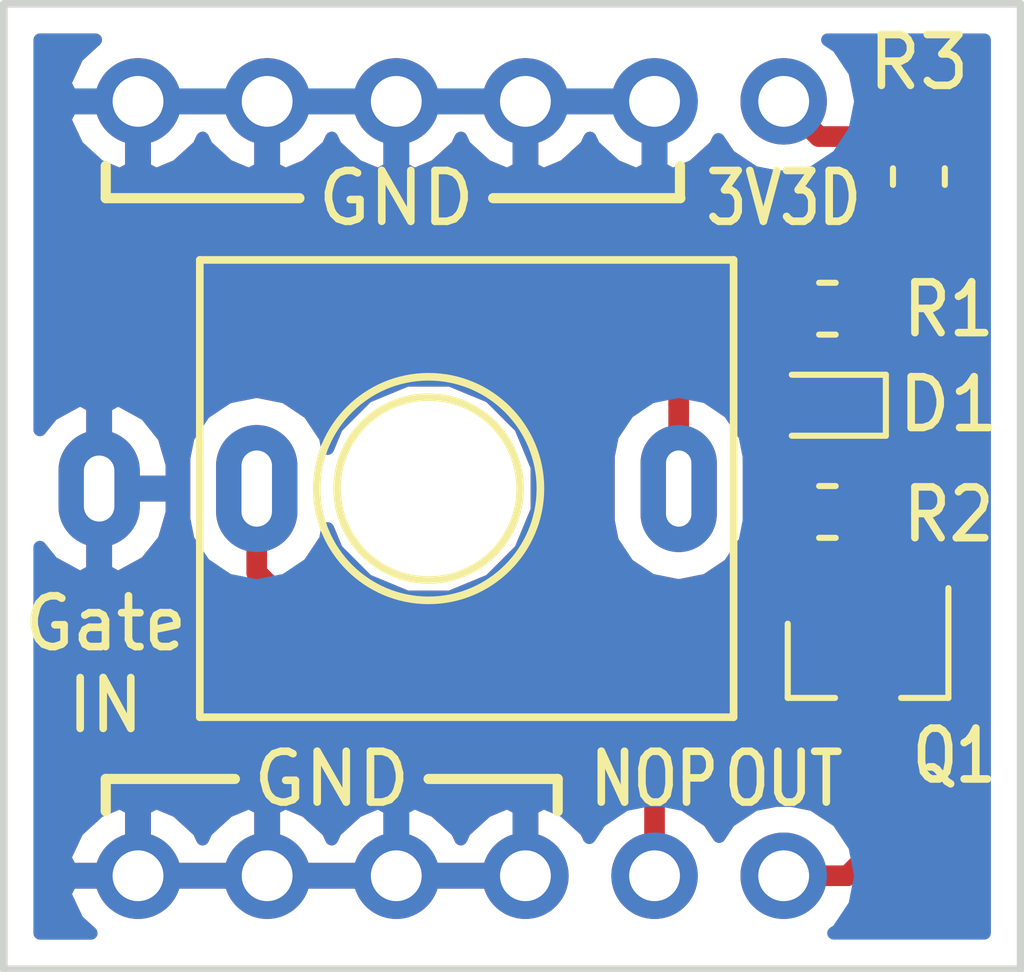
<source format=kicad_pcb>
(kicad_pcb (version 20171130) (host pcbnew "(5.0.0-3-g5ebb6b6)")

  (general
    (thickness 1.6)
    (drawings 18)
    (tracks 32)
    (zones 0)
    (modules 8)
    (nets 7)
  )

  (page A4)
  (layers
    (0 F.Cu signal)
    (31 B.Cu signal)
    (32 B.Adhes user)
    (33 F.Adhes user)
    (34 B.Paste user)
    (35 F.Paste user)
    (36 B.SilkS user)
    (37 F.SilkS user)
    (38 B.Mask user)
    (39 F.Mask user)
    (40 Dwgs.User user)
    (41 Cmts.User user)
    (42 Eco1.User user)
    (43 Eco2.User user)
    (44 Edge.Cuts user)
    (45 Margin user)
    (46 B.CrtYd user hide)
    (47 F.CrtYd user hide)
    (48 B.Fab user hide)
    (49 F.Fab user hide)
  )

  (setup
    (last_trace_width 0.4064)
    (user_trace_width 0.1524)
    (user_trace_width 0.254)
    (user_trace_width 0.4064)
    (user_trace_width 0.635)
    (trace_clearance 0.1524)
    (zone_clearance 0.508)
    (zone_45_only no)
    (trace_min 0.1524)
    (segment_width 0.2)
    (edge_width 0.15)
    (via_size 0.6858)
    (via_drill 0.3048)
    (via_min_size 0.6858)
    (via_min_drill 0.3048)
    (uvia_size 0.3048)
    (uvia_drill 0.1524)
    (uvias_allowed no)
    (uvia_min_size 0.2)
    (uvia_min_drill 0.1)
    (pcb_text_width 0.3)
    (pcb_text_size 1.5 1.5)
    (mod_edge_width 0.15)
    (mod_text_size 1 1)
    (mod_text_width 0.15)
    (pad_size 1.524 1.524)
    (pad_drill 0.762)
    (pad_to_mask_clearance 0.03)
    (solder_mask_min_width 0.07)
    (aux_axis_origin 0 0)
    (visible_elements FFFFFF7F)
    (pcbplotparams
      (layerselection 0x010fc_ffffffff)
      (usegerberextensions false)
      (usegerberattributes false)
      (usegerberadvancedattributes false)
      (creategerberjobfile false)
      (excludeedgelayer true)
      (linewidth 0.100000)
      (plotframeref false)
      (viasonmask false)
      (mode 1)
      (useauxorigin false)
      (hpglpennumber 1)
      (hpglpenspeed 20)
      (hpglpendiameter 15.000000)
      (psnegative false)
      (psa4output false)
      (plotreference true)
      (plotvalue true)
      (plotinvisibletext false)
      (padsonsilk false)
      (subtractmaskfromsilk false)
      (outputformat 1)
      (mirror false)
      (drillshape 1)
      (scaleselection 1)
      (outputdirectory ""))
  )

  (net 0 "")
  (net 1 GND)
  (net 2 "Net-(J1-PadT)")
  (net 3 "Net-(D1-Pad1)")
  (net 4 NOP)
  (net 5 +3V3)
  (net 6 OUT)

  (net_class Default "This is the default net class."
    (clearance 0.1524)
    (trace_width 0.1524)
    (via_dia 0.6858)
    (via_drill 0.3048)
    (uvia_dia 0.3048)
    (uvia_drill 0.1524)
    (diff_pair_gap 0.1524)
    (diff_pair_width 0.1524)
    (add_net +3V3)
    (add_net GND)
    (add_net NOP)
    (add_net "Net-(D1-Pad1)")
    (add_net "Net-(J1-PadT)")
    (add_net OUT)
  )

  (module Connector_PinHeader_2.54mm:PinHeader_1x06_P2.54mm_Vertical (layer B.Cu) (tedit 5FCC134D) (tstamp 5FCAB6E1)
    (at 116.34 73.16 90)
    (descr "Through hole straight pin header, 1x06, 2.54mm pitch, single row")
    (tags "Through hole pin header THT 1x06 2.54mm single row")
    (path /5FC933AD)
    (fp_text reference J2 (at 0 2.33 90) (layer B.SilkS) hide
      (effects (font (size 1 1) (thickness 0.15)) (justify mirror))
    )
    (fp_text value OUT (at 0 -15.03 90) (layer B.Fab)
      (effects (font (size 1 1) (thickness 0.15)) (justify mirror))
    )
    (fp_line (start -0.635 1.27) (end 1.27 1.27) (layer B.Fab) (width 0.1))
    (fp_line (start 1.27 1.27) (end 1.27 -13.97) (layer B.Fab) (width 0.1))
    (fp_line (start 1.27 -13.97) (end -1.27 -13.97) (layer B.Fab) (width 0.1))
    (fp_line (start -1.27 -13.97) (end -1.27 0.635) (layer B.Fab) (width 0.1))
    (fp_line (start -1.27 0.635) (end -0.635 1.27) (layer B.Fab) (width 0.1))
    (fp_line (start -1.8 1.8) (end -1.8 -14.5) (layer B.CrtYd) (width 0.05))
    (fp_line (start -1.8 -14.5) (end 1.8 -14.5) (layer B.CrtYd) (width 0.05))
    (fp_line (start 1.8 -14.5) (end 1.8 1.8) (layer B.CrtYd) (width 0.05))
    (fp_line (start 1.8 1.8) (end -1.8 1.8) (layer B.CrtYd) (width 0.05))
    (fp_text user %R (at 0 -6.35) (layer B.Fab)
      (effects (font (size 1 1) (thickness 0.15)) (justify mirror))
    )
    (pad 1 thru_hole oval (at 0 0 90) (size 1.7 1.7) (drill 1) (layers *.Cu *.Mask)
      (net 6 OUT))
    (pad 2 thru_hole oval (at 0 -2.54 90) (size 1.7 1.7) (drill 1) (layers *.Cu *.Mask)
      (net 4 NOP))
    (pad 3 thru_hole oval (at 0 -5.08 90) (size 1.7 1.7) (drill 1) (layers *.Cu *.Mask)
      (net 1 GND))
    (pad 4 thru_hole oval (at 0 -7.62 90) (size 1.7 1.7) (drill 1) (layers *.Cu *.Mask)
      (net 1 GND))
    (pad 5 thru_hole oval (at 0 -10.16 90) (size 1.7 1.7) (drill 1) (layers *.Cu *.Mask)
      (net 1 GND))
    (pad 6 thru_hole oval (at 0 -12.7 90) (size 1.7 1.7) (drill 1) (layers *.Cu *.Mask)
      (net 1 GND))
    (model ${KISYS3DMOD}/Connector_PinHeader_2.54mm.3dshapes/PinHeader_1x06_P2.54mm_Vertical.wrl
      (at (xyz 0 0 0))
      (scale (xyz 1 1 1))
      (rotate (xyz 0 0 0))
    )
  )

  (module Connector_PinHeader_2.54mm:PinHeader_1x06_P2.54mm_Vertical (layer B.Cu) (tedit 5FCC1326) (tstamp 5FCAB6FA)
    (at 103.64 57.92 270)
    (descr "Through hole straight pin header, 1x06, 2.54mm pitch, single row")
    (tags "Through hole pin header THT 1x06 2.54mm single row")
    (path /5FCAF962)
    (fp_text reference J3 (at 0 2.33 270) (layer B.SilkS) hide
      (effects (font (size 1 1) (thickness 0.15)) (justify mirror))
    )
    (fp_text value POWER (at 0 -15.03 270) (layer B.Fab)
      (effects (font (size 1 1) (thickness 0.15)) (justify mirror))
    )
    (fp_text user %R (at 0 -6.35 180) (layer B.Fab)
      (effects (font (size 1 1) (thickness 0.15)) (justify mirror))
    )
    (fp_line (start 1.8 1.8) (end -1.8 1.8) (layer B.CrtYd) (width 0.05))
    (fp_line (start 1.8 -14.5) (end 1.8 1.8) (layer B.CrtYd) (width 0.05))
    (fp_line (start -1.8 -14.5) (end 1.8 -14.5) (layer B.CrtYd) (width 0.05))
    (fp_line (start -1.8 1.8) (end -1.8 -14.5) (layer B.CrtYd) (width 0.05))
    (fp_line (start -1.27 0.635) (end -0.635 1.27) (layer B.Fab) (width 0.1))
    (fp_line (start -1.27 -13.97) (end -1.27 0.635) (layer B.Fab) (width 0.1))
    (fp_line (start 1.27 -13.97) (end -1.27 -13.97) (layer B.Fab) (width 0.1))
    (fp_line (start 1.27 1.27) (end 1.27 -13.97) (layer B.Fab) (width 0.1))
    (fp_line (start -0.635 1.27) (end 1.27 1.27) (layer B.Fab) (width 0.1))
    (pad 6 thru_hole oval (at 0 -12.7 270) (size 1.7 1.7) (drill 1) (layers *.Cu *.Mask)
      (net 5 +3V3))
    (pad 5 thru_hole oval (at 0 -10.16 270) (size 1.7 1.7) (drill 1) (layers *.Cu *.Mask)
      (net 1 GND))
    (pad 4 thru_hole oval (at 0 -7.62 270) (size 1.7 1.7) (drill 1) (layers *.Cu *.Mask)
      (net 1 GND))
    (pad 3 thru_hole oval (at 0 -5.08 270) (size 1.7 1.7) (drill 1) (layers *.Cu *.Mask)
      (net 1 GND))
    (pad 2 thru_hole oval (at 0 -2.54 270) (size 1.7 1.7) (drill 1) (layers *.Cu *.Mask)
      (net 1 GND))
    (pad 1 thru_hole oval (at 0 0 270) (size 1.7 1.7) (drill 1) (layers *.Cu *.Mask)
      (net 1 GND))
    (model ${KISYS3DMOD}/Connector_PinHeader_2.54mm.3dshapes/PinHeader_1x06_P2.54mm_Vertical.wrl
      (at (xyz 0 0 0))
      (scale (xyz 1 1 1))
      (rotate (xyz 0 0 0))
    )
  )

  (module Connector_Thonk:ThonkiconnJack (layer F.Cu) (tedit 5FC94102) (tstamp 5FCA18D8)
    (at 109.355 65.54 270)
    (path /5FC82E98)
    (fp_text reference J1 (at 0 -7.5 270) (layer F.SilkS) hide
      (effects (font (size 1 1) (thickness 0.15)))
    )
    (fp_text value IN (at 0 9.3 270) (layer F.Fab)
      (effects (font (size 1 1) (thickness 0.15)))
    )
    (fp_circle (center 0 0) (end 2.2 0) (layer F.SilkS) (width 0.15))
    (fp_line (start -4.5 4.5) (end 4.5 4.5) (layer F.SilkS) (width 0.15))
    (fp_line (start 4.5 -6) (end 4.5 4.5) (layer F.SilkS) (width 0.15))
    (fp_line (start -4.5 -6) (end -4.5 4.5) (layer F.SilkS) (width 0.15))
    (fp_line (start -4.5 -6) (end 4.5 -6) (layer F.SilkS) (width 0.15))
    (fp_circle (center 0 0) (end 1.8 0) (layer F.SilkS) (width 0.15))
    (pad S thru_hole oval (at 0 6.48 270) (size 2.3 1.6) (drill oval 1.3 0.6) (layers *.Cu *.Mask)
      (net 1 GND))
    (pad TN thru_hole oval (at 0 3.38 270) (size 2.5 1.6) (drill oval 1.5 0.6) (layers *.Cu *.Mask)
      (net 4 NOP))
    (pad T thru_hole oval (at 0 -4.92 270) (size 2.5 1.5) (drill oval 1.5 0.5) (layers *.Cu *.Mask)
      (net 2 "Net-(J1-PadT)"))
    (pad "" np_thru_hole circle (at 0 0 270) (size 3 3) (drill 3) (layers *.Cu *.Mask))
  )

  (module Resistor_SMD:R_0603_1608Metric (layer F.Cu) (tedit 5FCAA611) (tstamp 5FCAC3A3)
    (at 117.2 62 180)
    (descr "Resistor SMD 0603 (1608 Metric), square (rectangular) end terminal, IPC_7351 nominal, (Body size source: http://www.tortai-tech.com/upload/download/2011102023233369053.pdf), generated with kicad-footprint-generator")
    (tags resistor)
    (path /5FC92D66)
    (attr smd)
    (fp_text reference R1 (at -2.386 -0.016) (layer F.SilkS)
      (effects (font (size 1 0.9) (thickness 0.15)))
    )
    (fp_text value 100k (at 0 1.43 180) (layer F.Fab)
      (effects (font (size 1 1) (thickness 0.15)))
    )
    (fp_line (start -0.8 0.4) (end -0.8 -0.4) (layer F.Fab) (width 0.1))
    (fp_line (start -0.8 -0.4) (end 0.8 -0.4) (layer F.Fab) (width 0.1))
    (fp_line (start 0.8 -0.4) (end 0.8 0.4) (layer F.Fab) (width 0.1))
    (fp_line (start 0.8 0.4) (end -0.8 0.4) (layer F.Fab) (width 0.1))
    (fp_line (start -0.162779 -0.51) (end 0.162779 -0.51) (layer F.SilkS) (width 0.12))
    (fp_line (start -0.162779 0.51) (end 0.162779 0.51) (layer F.SilkS) (width 0.12))
    (fp_line (start -1.48 0.73) (end -1.48 -0.73) (layer F.CrtYd) (width 0.05))
    (fp_line (start -1.48 -0.73) (end 1.48 -0.73) (layer F.CrtYd) (width 0.05))
    (fp_line (start 1.48 -0.73) (end 1.48 0.73) (layer F.CrtYd) (width 0.05))
    (fp_line (start 1.48 0.73) (end -1.48 0.73) (layer F.CrtYd) (width 0.05))
    (fp_text user %R (at 0 0 180) (layer F.Fab)
      (effects (font (size 0.4 0.4) (thickness 0.06)))
    )
    (pad 1 smd roundrect (at -0.7875 0 180) (size 0.875 0.95) (layers F.Cu F.Paste F.Mask) (roundrect_rratio 0.25)
      (net 3 "Net-(D1-Pad1)"))
    (pad 2 smd roundrect (at 0.7875 0 180) (size 0.875 0.95) (layers F.Cu F.Paste F.Mask) (roundrect_rratio 0.25)
      (net 2 "Net-(J1-PadT)"))
    (model ${KISYS3DMOD}/Resistor_SMD.3dshapes/R_0603_1608Metric.wrl
      (at (xyz 0 0 0))
      (scale (xyz 1 1 1))
      (rotate (xyz 0 0 0))
    )
  )

  (module Resistor_SMD:R_0603_1608Metric (layer F.Cu) (tedit 5FCAA619) (tstamp 5FCAC373)
    (at 117.2 66)
    (descr "Resistor SMD 0603 (1608 Metric), square (rectangular) end terminal, IPC_7351 nominal, (Body size source: http://www.tortai-tech.com/upload/download/2011102023233369053.pdf), generated with kicad-footprint-generator")
    (tags resistor)
    (path /5FCA6E46)
    (attr smd)
    (fp_text reference R2 (at 2.386 0.052) (layer F.SilkS)
      (effects (font (size 1 0.9) (thickness 0.15)))
    )
    (fp_text value 100k (at 0 1.43) (layer F.Fab)
      (effects (font (size 1 1) (thickness 0.15)))
    )
    (fp_text user %R (at 0 0) (layer F.Fab)
      (effects (font (size 0.4 0.4) (thickness 0.06)))
    )
    (fp_line (start 1.48 0.73) (end -1.48 0.73) (layer F.CrtYd) (width 0.05))
    (fp_line (start 1.48 -0.73) (end 1.48 0.73) (layer F.CrtYd) (width 0.05))
    (fp_line (start -1.48 -0.73) (end 1.48 -0.73) (layer F.CrtYd) (width 0.05))
    (fp_line (start -1.48 0.73) (end -1.48 -0.73) (layer F.CrtYd) (width 0.05))
    (fp_line (start -0.162779 0.51) (end 0.162779 0.51) (layer F.SilkS) (width 0.12))
    (fp_line (start -0.162779 -0.51) (end 0.162779 -0.51) (layer F.SilkS) (width 0.12))
    (fp_line (start 0.8 0.4) (end -0.8 0.4) (layer F.Fab) (width 0.1))
    (fp_line (start 0.8 -0.4) (end 0.8 0.4) (layer F.Fab) (width 0.1))
    (fp_line (start -0.8 -0.4) (end 0.8 -0.4) (layer F.Fab) (width 0.1))
    (fp_line (start -0.8 0.4) (end -0.8 -0.4) (layer F.Fab) (width 0.1))
    (pad 2 smd roundrect (at 0.7875 0) (size 0.875 0.95) (layers F.Cu F.Paste F.Mask) (roundrect_rratio 0.25)
      (net 3 "Net-(D1-Pad1)"))
    (pad 1 smd roundrect (at -0.7875 0) (size 0.875 0.95) (layers F.Cu F.Paste F.Mask) (roundrect_rratio 0.25)
      (net 1 GND))
    (model ${KISYS3DMOD}/Resistor_SMD.3dshapes/R_0603_1608Metric.wrl
      (at (xyz 0 0 0))
      (scale (xyz 1 1 1))
      (rotate (xyz 0 0 0))
    )
  )

  (module Resistor_SMD:R_0603_1608Metric (layer F.Cu) (tedit 5B301BBD) (tstamp 5FCA2587)
    (at 119 59.4 270)
    (descr "Resistor SMD 0603 (1608 Metric), square (rectangular) end terminal, IPC_7351 nominal, (Body size source: http://www.tortai-tech.com/upload/download/2011102023233369053.pdf), generated with kicad-footprint-generator")
    (tags resistor)
    (path /5FC9316D)
    (attr smd)
    (fp_text reference R3 (at -2.25 0) (layer F.SilkS)
      (effects (font (size 1 1) (thickness 0.15)))
    )
    (fp_text value 10k (at 0 1.43 270) (layer F.Fab)
      (effects (font (size 1 1) (thickness 0.15)))
    )
    (fp_line (start -0.8 0.4) (end -0.8 -0.4) (layer F.Fab) (width 0.1))
    (fp_line (start -0.8 -0.4) (end 0.8 -0.4) (layer F.Fab) (width 0.1))
    (fp_line (start 0.8 -0.4) (end 0.8 0.4) (layer F.Fab) (width 0.1))
    (fp_line (start 0.8 0.4) (end -0.8 0.4) (layer F.Fab) (width 0.1))
    (fp_line (start -0.162779 -0.51) (end 0.162779 -0.51) (layer F.SilkS) (width 0.12))
    (fp_line (start -0.162779 0.51) (end 0.162779 0.51) (layer F.SilkS) (width 0.12))
    (fp_line (start -1.48 0.73) (end -1.48 -0.73) (layer F.CrtYd) (width 0.05))
    (fp_line (start -1.48 -0.73) (end 1.48 -0.73) (layer F.CrtYd) (width 0.05))
    (fp_line (start 1.48 -0.73) (end 1.48 0.73) (layer F.CrtYd) (width 0.05))
    (fp_line (start 1.48 0.73) (end -1.48 0.73) (layer F.CrtYd) (width 0.05))
    (fp_text user %R (at 0 0 270) (layer F.Fab)
      (effects (font (size 0.4 0.4) (thickness 0.06)))
    )
    (pad 1 smd roundrect (at -0.7875 0 270) (size 0.875 0.95) (layers F.Cu F.Paste F.Mask) (roundrect_rratio 0.25)
      (net 5 +3V3))
    (pad 2 smd roundrect (at 0.7875 0 270) (size 0.875 0.95) (layers F.Cu F.Paste F.Mask) (roundrect_rratio 0.25)
      (net 6 OUT))
    (model ${KISYS3DMOD}/Resistor_SMD.3dshapes/R_0603_1608Metric.wrl
      (at (xyz 0 0 0))
      (scale (xyz 1 1 1))
      (rotate (xyz 0 0 0))
    )
  )

  (module Diode_SMD:D_SOD-523 (layer F.Cu) (tedit 5FCAA7B3) (tstamp 5FCAC335)
    (at 117.2 63.9 180)
    (descr "http://www.diodes.com/datasheets/ap02001.pdf p.144")
    (tags "Diode SOD523")
    (path /5FCAD5CA)
    (attr smd)
    (fp_text reference D1 (at -2.386 0.016 180) (layer F.SilkS)
      (effects (font (size 1 1) (thickness 0.15)))
    )
    (fp_text value 1N4148 (at 0 1.4 180) (layer F.Fab)
      (effects (font (size 1 1) (thickness 0.15)))
    )
    (fp_text user %R (at 0 -1.3 180) (layer F.Fab)
      (effects (font (size 1 1) (thickness 0.15)))
    )
    (fp_line (start -1.15 -0.6) (end -1.15 0.6) (layer F.SilkS) (width 0.12))
    (fp_line (start 1.25 -0.7) (end 1.25 0.7) (layer F.CrtYd) (width 0.05))
    (fp_line (start -1.25 -0.7) (end 1.25 -0.7) (layer F.CrtYd) (width 0.05))
    (fp_line (start -1.25 0.7) (end -1.25 -0.7) (layer F.CrtYd) (width 0.05))
    (fp_line (start 1.25 0.7) (end -1.25 0.7) (layer F.CrtYd) (width 0.05))
    (fp_line (start 0.1 0) (end 0.25 0) (layer F.Fab) (width 0.1))
    (fp_line (start 0.1 -0.2) (end -0.2 0) (layer F.Fab) (width 0.1))
    (fp_line (start 0.1 0.2) (end 0.1 -0.2) (layer F.Fab) (width 0.1))
    (fp_line (start -0.2 0) (end 0.1 0.2) (layer F.Fab) (width 0.1))
    (fp_line (start -0.2 0) (end -0.35 0) (layer F.Fab) (width 0.1))
    (fp_line (start -0.2 0.2) (end -0.2 -0.2) (layer F.Fab) (width 0.1))
    (fp_line (start 0.65 -0.45) (end 0.65 0.45) (layer F.Fab) (width 0.1))
    (fp_line (start -0.65 -0.45) (end 0.65 -0.45) (layer F.Fab) (width 0.1))
    (fp_line (start -0.65 0.45) (end -0.65 -0.45) (layer F.Fab) (width 0.1))
    (fp_line (start 0.65 0.45) (end -0.65 0.45) (layer F.Fab) (width 0.1))
    (fp_line (start 0.7 -0.6) (end -1.15 -0.6) (layer F.SilkS) (width 0.12))
    (fp_line (start 0.7 0.6) (end -1.15 0.6) (layer F.SilkS) (width 0.12))
    (pad 2 smd rect (at 0.7 0) (size 0.6 0.7) (layers F.Cu F.Paste F.Mask)
      (net 1 GND))
    (pad 1 smd rect (at -0.7 0) (size 0.6 0.7) (layers F.Cu F.Paste F.Mask)
      (net 3 "Net-(D1-Pad1)"))
    (model ${KISYS3DMOD}/Diode_SMD.3dshapes/D_SOD-523.wrl
      (at (xyz 0 0 0))
      (scale (xyz 1 1 1))
      (rotate (xyz 0 0 0))
    )
  )

  (module Package_TO_SOT_SMD:SOT-23 (layer F.Cu) (tedit 5FCAA61D) (tstamp 5FCAC558)
    (at 118 68.9 270)
    (descr "SOT-23, Standard")
    (tags SOT-23)
    (path /5FCAD2ED)
    (attr smd)
    (fp_text reference Q1 (at 1.9 -1.7) (layer F.SilkS)
      (effects (font (size 1 0.8) (thickness 0.15)))
    )
    (fp_text value MMBT3904 (at 0 2.5 270) (layer F.Fab)
      (effects (font (size 1 1) (thickness 0.15)))
    )
    (fp_text user %R (at 0 0) (layer F.Fab)
      (effects (font (size 0.5 0.5) (thickness 0.075)))
    )
    (fp_line (start -0.7 -0.95) (end -0.7 1.5) (layer F.Fab) (width 0.1))
    (fp_line (start -0.15 -1.52) (end 0.7 -1.52) (layer F.Fab) (width 0.1))
    (fp_line (start -0.7 -0.95) (end -0.15 -1.52) (layer F.Fab) (width 0.1))
    (fp_line (start 0.7 -1.52) (end 0.7 1.52) (layer F.Fab) (width 0.1))
    (fp_line (start -0.7 1.52) (end 0.7 1.52) (layer F.Fab) (width 0.1))
    (fp_line (start 0.76 1.58) (end 0.76 0.65) (layer F.SilkS) (width 0.12))
    (fp_line (start 0.76 -1.58) (end 0.76 -0.65) (layer F.SilkS) (width 0.12))
    (fp_line (start -1.7 -1.75) (end 1.7 -1.75) (layer F.CrtYd) (width 0.05))
    (fp_line (start 1.7 -1.75) (end 1.7 1.75) (layer F.CrtYd) (width 0.05))
    (fp_line (start 1.7 1.75) (end -1.7 1.75) (layer F.CrtYd) (width 0.05))
    (fp_line (start -1.7 1.75) (end -1.7 -1.75) (layer F.CrtYd) (width 0.05))
    (fp_line (start 0.76 -1.58) (end -1.4 -1.58) (layer F.SilkS) (width 0.12))
    (fp_line (start 0.76 1.58) (end -0.7 1.58) (layer F.SilkS) (width 0.12))
    (pad 1 smd rect (at -1 -0.95 270) (size 0.9 0.8) (layers F.Cu F.Paste F.Mask)
      (net 3 "Net-(D1-Pad1)"))
    (pad 2 smd rect (at -1 0.95 270) (size 0.9 0.8) (layers F.Cu F.Paste F.Mask)
      (net 1 GND))
    (pad 3 smd rect (at 1 0 270) (size 0.9 0.8) (layers F.Cu F.Paste F.Mask)
      (net 6 OUT))
    (model ${KISYS3DMOD}/Package_TO_SOT_SMD.3dshapes/SOT-23.wrl
      (at (xyz 0 0 0))
      (scale (xyz 1 1 1))
      (rotate (xyz 0 0 0))
    )
  )

  (gr_text NOP (at 113.8 71.255) (layer F.SilkS) (tstamp 5FCAC66D)
    (effects (font (size 1 0.8) (thickness 0.15)))
  )
  (gr_line (start 114.3 59.825) (end 114.3 59.19) (layer F.SilkS) (width 0.2))
  (gr_line (start 110.625 59.825) (end 114.308 59.825) (layer F.SilkS) (width 0.2))
  (gr_text "Gate\nIN" (at 103 69) (layer F.SilkS) (tstamp 5FC9695F)
    (effects (font (size 1 0.95) (thickness 0.15)))
  )
  (gr_line (start 101 56) (end 101 75) (layer Edge.Cuts) (width 0.15))
  (gr_line (start 121 56) (end 101 56) (layer Edge.Cuts) (width 0.15))
  (gr_line (start 121 75) (end 121 56) (layer Edge.Cuts) (width 0.15))
  (gr_line (start 101 75) (end 121 75) (layer Edge.Cuts) (width 0.15))
  (gr_text OUT (at 116.34 71.255) (layer F.SilkS) (tstamp 5FCA3192)
    (effects (font (size 1 0.8) (thickness 0.15)))
  )
  (gr_line (start 111.895 71.255) (end 111.895 71.89) (layer F.SilkS) (width 0.2))
  (gr_line (start 109.355 71.255) (end 111.895 71.255) (layer F.SilkS) (width 0.2))
  (gr_line (start 103.005 71.255) (end 105.545 71.255) (layer F.SilkS) (width 0.2))
  (gr_line (start 103.005 71.89) (end 103.005 71.255) (layer F.SilkS) (width 0.2))
  (gr_text GND (at 107.45 71.255) (layer F.SilkS) (tstamp 5FCA3176)
    (effects (font (size 1 1) (thickness 0.15)))
  )
  (gr_line (start 103.005 59.825) (end 106.815 59.825) (layer F.SilkS) (width 0.2))
  (gr_line (start 103.005 59.19) (end 103.005 59.825) (layer F.SilkS) (width 0.2))
  (gr_text GND (at 108.72 59.825) (layer F.SilkS) (tstamp 5FCA316C)
    (effects (font (size 1 1) (thickness 0.15)))
  )
  (gr_text 3V3D (at 116.34 59.825) (layer F.SilkS)
    (effects (font (size 1 0.8) (thickness 0.15)))
  )

  (segment (start 116.51234 66.09984) (end 116.4125 66) (width 0.635) (layer F.Cu) (net 1))
  (segment (start 116.51234 66.76898) (end 116.51234 66.09984) (width 0.635) (layer F.Cu) (net 1))
  (segment (start 117.05 67.30664) (end 116.51234 66.76898) (width 0.635) (layer F.Cu) (net 1))
  (segment (start 117.05 67.9) (end 117.05 67.30664) (width 0.635) (layer F.Cu) (net 1))
  (segment (start 116.4971 63.9029) (end 116.5 63.9) (width 0.635) (layer F.Cu) (net 1))
  (segment (start 116.4971 65.9154) (end 116.4971 63.9029) (width 0.635) (layer F.Cu) (net 1))
  (segment (start 116.4125 66) (end 116.4971 65.9154) (width 0.635) (layer F.Cu) (net 1))
  (segment (start 116.4125 66) (end 116.4125 66.65038) (width 0.635) (layer F.Cu) (net 1))
  (segment (start 114.275 63.6) (end 114.275 63.8836) (width 0.4064) (layer F.Cu) (net 2))
  (segment (start 114.275 63.8836) (end 114.275 65.54) (width 0.4064) (layer F.Cu) (net 2))
  (segment (start 115.875 62) (end 114.275 63.6) (width 0.4064) (layer F.Cu) (net 2))
  (segment (start 116.4125 62) (end 115.875 62) (width 0.4064) (layer F.Cu) (net 2))
  (segment (start 119 60.1875) (end 120.1 61.2875) (width 0.4064) (layer F.Cu) (net 6))
  (segment (start 120.1 61.2875) (end 120.1 68.9) (width 0.4064) (layer F.Cu) (net 6))
  (segment (start 119.1 69.9) (end 118 69.9) (width 0.4064) (layer F.Cu) (net 6))
  (segment (start 120.1 68.9) (end 119.1 69.9) (width 0.4064) (layer F.Cu) (net 6))
  (segment (start 118 72.7564) (end 117.5964 73.16) (width 0.4064) (layer F.Cu) (net 6))
  (segment (start 117.5964 73.16) (end 116.34 73.16) (width 0.4064) (layer F.Cu) (net 6))
  (segment (start 118 69.9) (end 118 72.7564) (width 0.4064) (layer F.Cu) (net 6))
  (segment (start 117.9875 63.8125) (end 117.9 63.9) (width 0.4064) (layer F.Cu) (net 3))
  (segment (start 117.9875 62) (end 117.9875 63.8125) (width 0.4064) (layer F.Cu) (net 3))
  (segment (start 117.9 65.9125) (end 117.9875 66) (width 0.4064) (layer F.Cu) (net 3))
  (segment (start 117.9 63.9) (end 117.9 65.9125) (width 0.4064) (layer F.Cu) (net 3))
  (segment (start 118.95 66.9625) (end 117.9875 66) (width 0.4064) (layer F.Cu) (net 3))
  (segment (start 118.95 67.9) (end 118.95 66.9625) (width 0.4064) (layer F.Cu) (net 3))
  (segment (start 113.8 70.8) (end 113.8 73.16) (width 0.4064) (layer F.Cu) (net 4))
  (segment (start 111.9 68.9) (end 113.8 70.8) (width 0.4064) (layer F.Cu) (net 4))
  (segment (start 105.975 67.1964) (end 107.6786 68.9) (width 0.4064) (layer F.Cu) (net 4))
  (segment (start 107.6786 68.9) (end 111.9 68.9) (width 0.4064) (layer F.Cu) (net 4))
  (segment (start 105.975 65.54) (end 105.975 67.1964) (width 0.4064) (layer F.Cu) (net 4))
  (segment (start 117.0325 58.6125) (end 116.34 57.92) (width 0.4064) (layer F.Cu) (net 5))
  (segment (start 119 58.6125) (end 117.0325 58.6125) (width 0.4064) (layer F.Cu) (net 5))

  (zone (net 1) (net_name GND) (layer F.Cu) (tstamp 0) (hatch edge 0.508)
    (connect_pads (clearance 0.508))
    (min_thickness 0.254)
    (fill yes (arc_segments 16) (thermal_gap 0.508) (thermal_bridge_width 0.508))
    (polygon
      (pts
        (xy 101 56) (xy 121 56) (xy 121 75) (xy 101 75)
      )
    )
    (filled_polygon
      (pts
        (xy 102.444817 57.038642) (xy 102.198514 57.563108) (xy 102.319181 57.793) (xy 103.513 57.793) (xy 103.513 57.773)
        (xy 103.767 57.773) (xy 103.767 57.793) (xy 106.053 57.793) (xy 106.053 57.773) (xy 106.307 57.773)
        (xy 106.307 57.793) (xy 108.593 57.793) (xy 108.593 57.773) (xy 108.847 57.773) (xy 108.847 57.793)
        (xy 111.133 57.793) (xy 111.133 57.773) (xy 111.387 57.773) (xy 111.387 57.793) (xy 113.673 57.793)
        (xy 113.673 57.773) (xy 113.927 57.773) (xy 113.927 57.793) (xy 113.947 57.793) (xy 113.947 58.047)
        (xy 113.927 58.047) (xy 113.927 59.240155) (xy 114.15689 59.361476) (xy 114.566924 59.191645) (xy 114.995183 58.801358)
        (xy 115.056157 58.671522) (xy 115.269375 58.990625) (xy 115.760582 59.318839) (xy 116.193744 59.405) (xy 116.486256 59.405)
        (xy 116.65855 59.370729) (xy 116.705451 59.402067) (xy 116.949946 59.4507) (xy 116.949951 59.4507) (xy 117.0325 59.46712)
        (xy 117.115049 59.4507) (xy 118.068159 59.4507) (xy 117.943495 59.637273) (xy 117.87756 59.96875) (xy 117.87756 60.40625)
        (xy 117.943495 60.737727) (xy 118.036928 60.87756) (xy 117.76875 60.87756) (xy 117.437273 60.943495) (xy 117.2 61.102036)
        (xy 116.962727 60.943495) (xy 116.63125 60.87756) (xy 116.19375 60.87756) (xy 115.862273 60.943495) (xy 115.581261 61.131261)
        (xy 115.512558 61.234082) (xy 115.340677 61.348929) (xy 115.340676 61.34893) (xy 115.270692 61.395692) (xy 115.22393 61.465676)
        (xy 113.740679 62.948928) (xy 113.670692 62.995692) (xy 113.485433 63.272952) (xy 113.4368 63.517447) (xy 113.4368 63.517451)
        (xy 113.42038 63.6) (xy 113.4368 63.682549) (xy 113.4368 63.934343) (xy 113.276472 64.041471) (xy 112.970359 64.4996)
        (xy 112.89 64.903593) (xy 112.89 66.176406) (xy 112.970359 66.580399) (xy 113.276471 67.038528) (xy 113.7346 67.344641)
        (xy 114.275 67.452133) (xy 114.815399 67.344641) (xy 115.273528 67.038529) (xy 115.42636 66.809801) (xy 115.436673 66.834699)
        (xy 115.615302 67.013327) (xy 115.848691 67.11) (xy 116.103514 67.11) (xy 116.015 67.323691) (xy 116.015 67.61425)
        (xy 116.17375 67.773) (xy 116.923 67.773) (xy 116.923 67.753) (xy 117.177 67.753) (xy 117.177 67.773)
        (xy 117.197 67.773) (xy 117.197 68.027) (xy 117.177 68.027) (xy 117.177 68.82625) (xy 117.262531 68.911781)
        (xy 117.142191 68.992191) (xy 117.001843 69.202235) (xy 116.95256 69.45) (xy 116.95256 70.35) (xy 117.001843 70.597765)
        (xy 117.142191 70.807809) (xy 117.1618 70.820912) (xy 117.161801 71.923116) (xy 116.919418 71.761161) (xy 116.486256 71.675)
        (xy 116.193744 71.675) (xy 115.760582 71.761161) (xy 115.269375 72.089375) (xy 115.07 72.387761) (xy 114.870625 72.089375)
        (xy 114.6382 71.934074) (xy 114.6382 70.882549) (xy 114.65462 70.8) (xy 114.6382 70.717451) (xy 114.6382 70.717446)
        (xy 114.589567 70.472951) (xy 114.404308 70.195692) (xy 114.334325 70.148931) (xy 112.551072 68.365679) (xy 112.504308 68.295692)
        (xy 112.339769 68.18575) (xy 116.015 68.18575) (xy 116.015 68.476309) (xy 116.111673 68.709698) (xy 116.290301 68.888327)
        (xy 116.52369 68.985) (xy 116.76425 68.985) (xy 116.923 68.82625) (xy 116.923 68.027) (xy 116.17375 68.027)
        (xy 116.015 68.18575) (xy 112.339769 68.18575) (xy 112.227049 68.110433) (xy 111.982554 68.0618) (xy 111.982549 68.0618)
        (xy 111.9 68.04538) (xy 111.817451 68.0618) (xy 108.025794 68.0618) (xy 106.996984 67.032991) (xy 107.009576 67.024577)
        (xy 107.32674 66.549909) (xy 107.370755 66.328632) (xy 107.545034 66.74938) (xy 108.14562 67.349966) (xy 108.930322 67.675)
        (xy 109.779678 67.675) (xy 110.56438 67.349966) (xy 111.164966 66.74938) (xy 111.49 65.964678) (xy 111.49 65.115322)
        (xy 111.164966 64.33062) (xy 110.56438 63.730034) (xy 109.779678 63.405) (xy 108.930322 63.405) (xy 108.14562 63.730034)
        (xy 107.545034 64.33062) (xy 107.370755 64.751368) (xy 107.32674 64.530091) (xy 107.009577 64.055423) (xy 106.534909 63.73826)
        (xy 105.975 63.626887) (xy 105.415092 63.73826) (xy 104.940424 64.055423) (xy 104.62326 64.530091) (xy 104.54 64.948667)
        (xy 104.54 66.131332) (xy 104.62326 66.549908) (xy 104.940423 67.024576) (xy 105.129436 67.150871) (xy 105.12038 67.1964)
        (xy 105.185434 67.523449) (xy 105.323929 67.730722) (xy 105.323931 67.730724) (xy 105.370693 67.800708) (xy 105.440677 67.84747)
        (xy 107.027529 69.434323) (xy 107.074292 69.504308) (xy 107.144276 69.55107) (xy 107.144277 69.551071) (xy 107.257845 69.626955)
        (xy 107.351551 69.689567) (xy 107.596046 69.7382) (xy 107.59605 69.7382) (xy 107.678599 69.75462) (xy 107.761148 69.7382)
        (xy 111.552807 69.7382) (xy 112.9618 71.147194) (xy 112.9618 71.934073) (xy 112.729375 72.089375) (xy 112.516157 72.408478)
        (xy 112.455183 72.278642) (xy 112.026924 71.888355) (xy 111.61689 71.718524) (xy 111.387 71.839845) (xy 111.387 73.033)
        (xy 111.407 73.033) (xy 111.407 73.287) (xy 111.387 73.287) (xy 111.387 73.307) (xy 111.133 73.307)
        (xy 111.133 73.287) (xy 108.847 73.287) (xy 108.847 73.307) (xy 108.593 73.307) (xy 108.593 73.287)
        (xy 106.307 73.287) (xy 106.307 73.307) (xy 106.053 73.307) (xy 106.053 73.287) (xy 103.767 73.287)
        (xy 103.767 73.307) (xy 103.513 73.307) (xy 103.513 73.287) (xy 102.319181 73.287) (xy 102.198514 73.516892)
        (xy 102.444817 74.041358) (xy 102.71765 74.29) (xy 101.71 74.29) (xy 101.71 72.803108) (xy 102.198514 72.803108)
        (xy 102.319181 73.033) (xy 103.513 73.033) (xy 103.513 71.839845) (xy 103.767 71.839845) (xy 103.767 73.033)
        (xy 106.053 73.033) (xy 106.053 71.839845) (xy 106.307 71.839845) (xy 106.307 73.033) (xy 108.593 73.033)
        (xy 108.593 71.839845) (xy 108.847 71.839845) (xy 108.847 73.033) (xy 111.133 73.033) (xy 111.133 71.839845)
        (xy 110.90311 71.718524) (xy 110.493076 71.888355) (xy 110.064817 72.278642) (xy 109.99 72.437954) (xy 109.915183 72.278642)
        (xy 109.486924 71.888355) (xy 109.07689 71.718524) (xy 108.847 71.839845) (xy 108.593 71.839845) (xy 108.36311 71.718524)
        (xy 107.953076 71.888355) (xy 107.524817 72.278642) (xy 107.45 72.437954) (xy 107.375183 72.278642) (xy 106.946924 71.888355)
        (xy 106.53689 71.718524) (xy 106.307 71.839845) (xy 106.053 71.839845) (xy 105.82311 71.718524) (xy 105.413076 71.888355)
        (xy 104.984817 72.278642) (xy 104.91 72.437954) (xy 104.835183 72.278642) (xy 104.406924 71.888355) (xy 103.99689 71.718524)
        (xy 103.767 71.839845) (xy 103.513 71.839845) (xy 103.28311 71.718524) (xy 102.873076 71.888355) (xy 102.444817 72.278642)
        (xy 102.198514 72.803108) (xy 101.71 72.803108) (xy 101.71 66.695952) (xy 101.950104 66.9945) (xy 102.443181 67.264367)
        (xy 102.525961 67.281904) (xy 102.748 67.159915) (xy 102.748 65.667) (xy 103.002 65.667) (xy 103.002 67.159915)
        (xy 103.224039 67.281904) (xy 103.306819 67.264367) (xy 103.799896 66.9945) (xy 104.152166 66.556483) (xy 104.31 66.017)
        (xy 104.31 65.667) (xy 103.002 65.667) (xy 102.748 65.667) (xy 102.728 65.667) (xy 102.728 65.413)
        (xy 102.748 65.413) (xy 102.748 63.920085) (xy 103.002 63.920085) (xy 103.002 65.413) (xy 104.31 65.413)
        (xy 104.31 65.063) (xy 104.152166 64.523517) (xy 103.799896 64.0855) (xy 103.306819 63.815633) (xy 103.224039 63.798096)
        (xy 103.002 63.920085) (xy 102.748 63.920085) (xy 102.525961 63.798096) (xy 102.443181 63.815633) (xy 101.950104 64.0855)
        (xy 101.71 64.384048) (xy 101.71 58.276892) (xy 102.198514 58.276892) (xy 102.444817 58.801358) (xy 102.873076 59.191645)
        (xy 103.28311 59.361476) (xy 103.513 59.240155) (xy 103.513 58.047) (xy 103.767 58.047) (xy 103.767 59.240155)
        (xy 103.99689 59.361476) (xy 104.406924 59.191645) (xy 104.835183 58.801358) (xy 104.91 58.642046) (xy 104.984817 58.801358)
        (xy 105.413076 59.191645) (xy 105.82311 59.361476) (xy 106.053 59.240155) (xy 106.053 58.047) (xy 106.307 58.047)
        (xy 106.307 59.240155) (xy 106.53689 59.361476) (xy 106.946924 59.191645) (xy 107.375183 58.801358) (xy 107.45 58.642046)
        (xy 107.524817 58.801358) (xy 107.953076 59.191645) (xy 108.36311 59.361476) (xy 108.593 59.240155) (xy 108.593 58.047)
        (xy 108.847 58.047) (xy 108.847 59.240155) (xy 109.07689 59.361476) (xy 109.486924 59.191645) (xy 109.915183 58.801358)
        (xy 109.99 58.642046) (xy 110.064817 58.801358) (xy 110.493076 59.191645) (xy 110.90311 59.361476) (xy 111.133 59.240155)
        (xy 111.133 58.047) (xy 111.387 58.047) (xy 111.387 59.240155) (xy 111.61689 59.361476) (xy 112.026924 59.191645)
        (xy 112.455183 58.801358) (xy 112.53 58.642046) (xy 112.604817 58.801358) (xy 113.033076 59.191645) (xy 113.44311 59.361476)
        (xy 113.673 59.240155) (xy 113.673 58.047) (xy 111.387 58.047) (xy 111.133 58.047) (xy 108.847 58.047)
        (xy 108.593 58.047) (xy 106.307 58.047) (xy 106.053 58.047) (xy 103.767 58.047) (xy 103.513 58.047)
        (xy 102.319181 58.047) (xy 102.198514 58.276892) (xy 101.71 58.276892) (xy 101.71 56.71) (xy 102.805433 56.71)
      )
    )
    (filled_polygon
      (pts
        (xy 115.565 63.61425) (xy 115.72375 63.773) (xy 116.373 63.773) (xy 116.373 63.753) (xy 116.627 63.753)
        (xy 116.627 63.773) (xy 116.647 63.773) (xy 116.647 64.027) (xy 116.627 64.027) (xy 116.627 64.72625)
        (xy 116.78575 64.885) (xy 116.926309 64.885) (xy 117.0618 64.828878) (xy 117.061801 64.925412) (xy 116.976309 64.89)
        (xy 116.69825 64.89) (xy 116.5395 65.04875) (xy 116.5395 65.873) (xy 116.5595 65.873) (xy 116.5595 66.127)
        (xy 116.5395 66.127) (xy 116.5395 66.147) (xy 116.2855 66.147) (xy 116.2855 66.127) (xy 116.2655 66.127)
        (xy 116.2655 65.873) (xy 116.2855 65.873) (xy 116.2855 65.04875) (xy 116.12675 64.89) (xy 115.848691 64.89)
        (xy 115.66 64.968158) (xy 115.66 64.903593) (xy 115.579641 64.4996) (xy 115.369934 64.18575) (xy 115.565 64.18575)
        (xy 115.565 64.37631) (xy 115.661673 64.609699) (xy 115.840302 64.788327) (xy 116.073691 64.885) (xy 116.21425 64.885)
        (xy 116.373 64.72625) (xy 116.373 64.027) (xy 115.72375 64.027) (xy 115.565 64.18575) (xy 115.369934 64.18575)
        (xy 115.273529 64.041471) (xy 115.120903 63.93949) (xy 115.565 63.495393)
      )
    )
  )
  (zone (net 1) (net_name GND) (layer B.Cu) (tstamp 0) (hatch edge 0.508)
    (connect_pads (clearance 0.508))
    (min_thickness 0.254)
    (fill yes (arc_segments 16) (thermal_gap 0.508) (thermal_bridge_width 0.508))
    (polygon
      (pts
        (xy 101 56) (xy 121 56) (xy 121 75) (xy 101 75)
      )
    )
    (filled_polygon
      (pts
        (xy 102.444817 57.038642) (xy 102.198514 57.563108) (xy 102.319181 57.793) (xy 103.513 57.793) (xy 103.513 57.773)
        (xy 103.767 57.773) (xy 103.767 57.793) (xy 106.053 57.793) (xy 106.053 57.773) (xy 106.307 57.773)
        (xy 106.307 57.793) (xy 108.593 57.793) (xy 108.593 57.773) (xy 108.847 57.773) (xy 108.847 57.793)
        (xy 111.133 57.793) (xy 111.133 57.773) (xy 111.387 57.773) (xy 111.387 57.793) (xy 113.673 57.793)
        (xy 113.673 57.773) (xy 113.927 57.773) (xy 113.927 57.793) (xy 113.947 57.793) (xy 113.947 58.047)
        (xy 113.927 58.047) (xy 113.927 59.240155) (xy 114.15689 59.361476) (xy 114.566924 59.191645) (xy 114.995183 58.801358)
        (xy 115.056157 58.671522) (xy 115.269375 58.990625) (xy 115.760582 59.318839) (xy 116.193744 59.405) (xy 116.486256 59.405)
        (xy 116.919418 59.318839) (xy 117.410625 58.990625) (xy 117.738839 58.499418) (xy 117.854092 57.92) (xy 117.738839 57.340582)
        (xy 117.410625 56.849375) (xy 117.202036 56.71) (xy 120.290001 56.71) (xy 120.29 74.29) (xy 117.321764 74.29)
        (xy 117.410625 74.230625) (xy 117.738839 73.739418) (xy 117.854092 73.16) (xy 117.738839 72.580582) (xy 117.410625 72.089375)
        (xy 116.919418 71.761161) (xy 116.486256 71.675) (xy 116.193744 71.675) (xy 115.760582 71.761161) (xy 115.269375 72.089375)
        (xy 115.07 72.387761) (xy 114.870625 72.089375) (xy 114.379418 71.761161) (xy 113.946256 71.675) (xy 113.653744 71.675)
        (xy 113.220582 71.761161) (xy 112.729375 72.089375) (xy 112.516157 72.408478) (xy 112.455183 72.278642) (xy 112.026924 71.888355)
        (xy 111.61689 71.718524) (xy 111.387 71.839845) (xy 111.387 73.033) (xy 111.407 73.033) (xy 111.407 73.287)
        (xy 111.387 73.287) (xy 111.387 73.307) (xy 111.133 73.307) (xy 111.133 73.287) (xy 108.847 73.287)
        (xy 108.847 73.307) (xy 108.593 73.307) (xy 108.593 73.287) (xy 106.307 73.287) (xy 106.307 73.307)
        (xy 106.053 73.307) (xy 106.053 73.287) (xy 103.767 73.287) (xy 103.767 73.307) (xy 103.513 73.307)
        (xy 103.513 73.287) (xy 102.319181 73.287) (xy 102.198514 73.516892) (xy 102.444817 74.041358) (xy 102.71765 74.29)
        (xy 101.71 74.29) (xy 101.71 72.803108) (xy 102.198514 72.803108) (xy 102.319181 73.033) (xy 103.513 73.033)
        (xy 103.513 71.839845) (xy 103.767 71.839845) (xy 103.767 73.033) (xy 106.053 73.033) (xy 106.053 71.839845)
        (xy 106.307 71.839845) (xy 106.307 73.033) (xy 108.593 73.033) (xy 108.593 71.839845) (xy 108.847 71.839845)
        (xy 108.847 73.033) (xy 111.133 73.033) (xy 111.133 71.839845) (xy 110.90311 71.718524) (xy 110.493076 71.888355)
        (xy 110.064817 72.278642) (xy 109.99 72.437954) (xy 109.915183 72.278642) (xy 109.486924 71.888355) (xy 109.07689 71.718524)
        (xy 108.847 71.839845) (xy 108.593 71.839845) (xy 108.36311 71.718524) (xy 107.953076 71.888355) (xy 107.524817 72.278642)
        (xy 107.45 72.437954) (xy 107.375183 72.278642) (xy 106.946924 71.888355) (xy 106.53689 71.718524) (xy 106.307 71.839845)
        (xy 106.053 71.839845) (xy 105.82311 71.718524) (xy 105.413076 71.888355) (xy 104.984817 72.278642) (xy 104.91 72.437954)
        (xy 104.835183 72.278642) (xy 104.406924 71.888355) (xy 103.99689 71.718524) (xy 103.767 71.839845) (xy 103.513 71.839845)
        (xy 103.28311 71.718524) (xy 102.873076 71.888355) (xy 102.444817 72.278642) (xy 102.198514 72.803108) (xy 101.71 72.803108)
        (xy 101.71 66.695952) (xy 101.950104 66.9945) (xy 102.443181 67.264367) (xy 102.525961 67.281904) (xy 102.748 67.159915)
        (xy 102.748 65.667) (xy 103.002 65.667) (xy 103.002 67.159915) (xy 103.224039 67.281904) (xy 103.306819 67.264367)
        (xy 103.799896 66.9945) (xy 104.152166 66.556483) (xy 104.31 66.017) (xy 104.31 65.667) (xy 103.002 65.667)
        (xy 102.748 65.667) (xy 102.728 65.667) (xy 102.728 65.413) (xy 102.748 65.413) (xy 102.748 63.920085)
        (xy 103.002 63.920085) (xy 103.002 65.413) (xy 104.31 65.413) (xy 104.31 65.063) (xy 104.276551 64.948667)
        (xy 104.54 64.948667) (xy 104.54 66.131332) (xy 104.62326 66.549908) (xy 104.940423 67.024576) (xy 105.415091 67.34174)
        (xy 105.975 67.453113) (xy 106.534908 67.34174) (xy 107.009576 67.024577) (xy 107.32674 66.549909) (xy 107.370755 66.328632)
        (xy 107.545034 66.74938) (xy 108.14562 67.349966) (xy 108.930322 67.675) (xy 109.779678 67.675) (xy 110.56438 67.349966)
        (xy 111.164966 66.74938) (xy 111.49 65.964678) (xy 111.49 65.115322) (xy 111.4023 64.903593) (xy 112.89 64.903593)
        (xy 112.89 66.176406) (xy 112.970359 66.580399) (xy 113.276471 67.038528) (xy 113.7346 67.344641) (xy 114.275 67.452133)
        (xy 114.815399 67.344641) (xy 115.273528 67.038529) (xy 115.579641 66.5804) (xy 115.66 66.176407) (xy 115.66 64.903593)
        (xy 115.579641 64.4996) (xy 115.273529 64.041471) (xy 114.8154 63.735359) (xy 114.275 63.627867) (xy 113.734601 63.735359)
        (xy 113.276472 64.041471) (xy 112.970359 64.4996) (xy 112.89 64.903593) (xy 111.4023 64.903593) (xy 111.164966 64.33062)
        (xy 110.56438 63.730034) (xy 109.779678 63.405) (xy 108.930322 63.405) (xy 108.14562 63.730034) (xy 107.545034 64.33062)
        (xy 107.370755 64.751368) (xy 107.32674 64.530091) (xy 107.009577 64.055423) (xy 106.534909 63.73826) (xy 105.975 63.626887)
        (xy 105.415092 63.73826) (xy 104.940424 64.055423) (xy 104.62326 64.530091) (xy 104.54 64.948667) (xy 104.276551 64.948667)
        (xy 104.152166 64.523517) (xy 103.799896 64.0855) (xy 103.306819 63.815633) (xy 103.224039 63.798096) (xy 103.002 63.920085)
        (xy 102.748 63.920085) (xy 102.525961 63.798096) (xy 102.443181 63.815633) (xy 101.950104 64.0855) (xy 101.71 64.384048)
        (xy 101.71 58.276892) (xy 102.198514 58.276892) (xy 102.444817 58.801358) (xy 102.873076 59.191645) (xy 103.28311 59.361476)
        (xy 103.513 59.240155) (xy 103.513 58.047) (xy 103.767 58.047) (xy 103.767 59.240155) (xy 103.99689 59.361476)
        (xy 104.406924 59.191645) (xy 104.835183 58.801358) (xy 104.91 58.642046) (xy 104.984817 58.801358) (xy 105.413076 59.191645)
        (xy 105.82311 59.361476) (xy 106.053 59.240155) (xy 106.053 58.047) (xy 106.307 58.047) (xy 106.307 59.240155)
        (xy 106.53689 59.361476) (xy 106.946924 59.191645) (xy 107.375183 58.801358) (xy 107.45 58.642046) (xy 107.524817 58.801358)
        (xy 107.953076 59.191645) (xy 108.36311 59.361476) (xy 108.593 59.240155) (xy 108.593 58.047) (xy 108.847 58.047)
        (xy 108.847 59.240155) (xy 109.07689 59.361476) (xy 109.486924 59.191645) (xy 109.915183 58.801358) (xy 109.99 58.642046)
        (xy 110.064817 58.801358) (xy 110.493076 59.191645) (xy 110.90311 59.361476) (xy 111.133 59.240155) (xy 111.133 58.047)
        (xy 111.387 58.047) (xy 111.387 59.240155) (xy 111.61689 59.361476) (xy 112.026924 59.191645) (xy 112.455183 58.801358)
        (xy 112.53 58.642046) (xy 112.604817 58.801358) (xy 113.033076 59.191645) (xy 113.44311 59.361476) (xy 113.673 59.240155)
        (xy 113.673 58.047) (xy 111.387 58.047) (xy 111.133 58.047) (xy 108.847 58.047) (xy 108.593 58.047)
        (xy 106.307 58.047) (xy 106.053 58.047) (xy 103.767 58.047) (xy 103.513 58.047) (xy 102.319181 58.047)
        (xy 102.198514 58.276892) (xy 101.71 58.276892) (xy 101.71 56.71) (xy 102.805433 56.71)
      )
    )
  )
)

</source>
